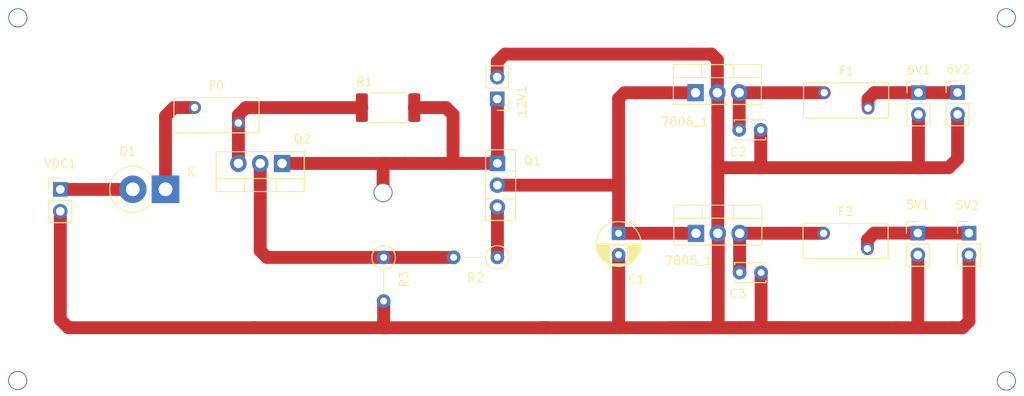
<source format=kicad_pcb>
(kicad_pcb (version 20171130) (host pcbnew 5.1.9+dfsg1-1)

  (general
    (thickness 1.6)
    (drawings 6)
    (tracks 106)
    (zones 0)
    (modules 20)
    (nets 13)
  )

  (page User 200.812 150.393)
  (layers
    (0 F.Cu signal)
    (31 B.Cu signal)
    (32 B.Adhes user)
    (33 F.Adhes user)
    (34 B.Paste user)
    (35 F.Paste user)
    (36 B.SilkS user)
    (37 F.SilkS user)
    (38 B.Mask user)
    (39 F.Mask user)
    (40 Dwgs.User user)
    (41 Cmts.User user)
    (42 Eco1.User user)
    (43 Eco2.User user)
    (44 Edge.Cuts user)
    (45 Margin user)
    (46 B.CrtYd user)
    (47 F.CrtYd user)
    (48 B.Fab user)
    (49 F.Fab user)
  )

  (setup
    (last_trace_width 0.25)
    (user_trace_width 1)
    (user_trace_width 1.5)
    (trace_clearance 0.2)
    (zone_clearance 0.508)
    (zone_45_only no)
    (trace_min 0.2)
    (via_size 0.8)
    (via_drill 0.4)
    (via_min_size 0.4)
    (via_min_drill 0.3)
    (user_via 1.2 1)
    (user_via 2.2 2)
    (uvia_size 0.3)
    (uvia_drill 0.1)
    (uvias_allowed no)
    (uvia_min_size 0.2)
    (uvia_min_drill 0.1)
    (edge_width 0.1)
    (segment_width 0.2)
    (pcb_text_width 0.3)
    (pcb_text_size 1.5 1.5)
    (mod_edge_width 0.15)
    (mod_text_size 1 1)
    (mod_text_width 0.15)
    (pad_size 1.524 1.524)
    (pad_drill 0.762)
    (pad_to_mask_clearance 0)
    (aux_axis_origin 0 0)
    (visible_elements FFFFFF7F)
    (pcbplotparams
      (layerselection 0x010fc_ffffffff)
      (usegerberextensions false)
      (usegerberattributes true)
      (usegerberadvancedattributes true)
      (creategerberjobfile true)
      (excludeedgelayer true)
      (linewidth 0.100000)
      (plotframeref false)
      (viasonmask false)
      (mode 1)
      (useauxorigin false)
      (hpglpennumber 1)
      (hpglpenspeed 20)
      (hpglpendiameter 15.000000)
      (psnegative false)
      (psa4output false)
      (plotreference true)
      (plotvalue true)
      (plotinvisibletext false)
      (padsonsilk false)
      (subtractmaskfromsilk false)
      (outputformat 1)
      (mirror false)
      (drillshape 1)
      (scaleselection 1)
      (outputdirectory ""))
  )

  (net 0 "")
  (net 1 GND)
  (net 2 +12V)
  (net 3 "Net-(D1-Pad2)")
  (net 4 +5V)
  (net 5 +6V)
  (net 6 "Net-(7805_1-Pad3)")
  (net 7 "Net-(7806_1-Pad3)")
  (net 8 "Net-(12V1-Pad1)")
  (net 9 "Net-(7805_1-Pad1)")
  (net 10 "Net-(Q2-Pad2)")
  (net 11 "Net-(Q1-Pad3)")
  (net 12 "Net-(F0-Pad2)")

  (net_class Default "This is the default net class."
    (clearance 0.2)
    (trace_width 0.25)
    (via_dia 0.8)
    (via_drill 0.4)
    (uvia_dia 0.3)
    (uvia_drill 0.1)
    (add_net +12V)
    (add_net +5V)
    (add_net +6V)
    (add_net GND)
    (add_net "Net-(12V1-Pad1)")
    (add_net "Net-(7805_1-Pad1)")
    (add_net "Net-(7805_1-Pad3)")
    (add_net "Net-(7806_1-Pad3)")
    (add_net "Net-(D1-Pad2)")
    (add_net "Net-(F0-Pad2)")
    (add_net "Net-(Q1-Pad3)")
    (add_net "Net-(Q2-Pad2)")
  )

  (module Fuse:Fuse_BelFuse_0ZRE0025FF_L9.6mm_W3.8mm (layer F.Cu) (tedit 5BAABAC0) (tstamp 605DFC68)
    (at 66.74 49.45)
    (descr "Fuse 0ZRE0025FF, BelFuse, Radial Leaded PTC,https://www.belfuse.com/resources/datasheets/circuitprotection/ds-cp-0zre-series.pdf")
    (tags "0ZRE BelFuse radial PTC")
    (path /6048C928)
    (fp_text reference F0 (at 2.54 -2.54) (layer F.SilkS)
      (effects (font (size 1 1) (thickness 0.15)))
    )
    (fp_text value 2A (at 5.142 -2.46) (layer F.Fab)
      (effects (font (size 1 1) (thickness 0.15)))
    )
    (fp_line (start -2.4 2.95) (end 7.5 2.95) (layer F.SilkS) (width 0.12))
    (fp_line (start 7.5 -1.15) (end 7.5 2.95) (layer F.SilkS) (width 0.12))
    (fp_line (start -2.4 -1.15) (end -2.4 2.95) (layer F.SilkS) (width 0.12))
    (fp_line (start -2.4 -1.15) (end 7.5 -1.15) (layer F.SilkS) (width 0.12))
    (fp_line (start -2.5 3.05) (end 7.6 3.05) (layer F.CrtYd) (width 0.05))
    (fp_line (start 7.6 -1.25) (end 7.6 3.05) (layer F.CrtYd) (width 0.05))
    (fp_line (start -2.5 -1.25) (end -2.5 3.05) (layer F.CrtYd) (width 0.05))
    (fp_line (start -2.5 -1.25) (end 7.6 -1.25) (layer F.CrtYd) (width 0.05))
    (fp_line (start -2.25 -1) (end 7.35 -1) (layer F.Fab) (width 0.1))
    (fp_line (start -2.25 2.8) (end 7.35 2.8) (layer F.Fab) (width 0.1))
    (fp_line (start -2.25 -1) (end -2.25 2.8) (layer F.Fab) (width 0.1))
    (fp_line (start 7.35 -1) (end 7.35 2.8) (layer F.Fab) (width 0.1))
    (fp_text user %R (at 3.81 0) (layer F.Fab)
      (effects (font (size 1 1) (thickness 0.15)))
    )
    (pad 1 thru_hole circle (at 0 0) (size 1.4 1.4) (drill 0.85) (layers *.Cu *.Mask)
      (net 2 +12V))
    (pad 2 thru_hole circle (at 5.1 1.8) (size 1.4 1.4) (drill 0.85) (layers *.Cu *.Mask)
      (net 12 "Net-(F0-Pad2)"))
    (model ${KISYS3DMOD}/Fuse.3dshapes/Fuse_BelFuse_0ZRE_0ZRE0025FF_L9.6mm_W3.8mm.wrl
      (at (xyz 0 0 0))
      (scale (xyz 1 1 1))
      (rotate (xyz 0 0 0))
    )
  )

  (module Fuse:Fuse_BelFuse_0ZRE0025FF_L9.6mm_W3.8mm (layer F.Cu) (tedit 5BAABAC0) (tstamp 6041CB4A)
    (at 139.92 64.1)
    (descr "Fuse 0ZRE0025FF, BelFuse, Radial Leaded PTC,https://www.belfuse.com/resources/datasheets/circuitprotection/ds-cp-0zre-series.pdf")
    (tags "0ZRE BelFuse radial PTC")
    (path /603A7E94)
    (fp_text reference F2 (at 2.54 -2.54) (layer F.SilkS)
      (effects (font (size 1 1) (thickness 0.15)))
    )
    (fp_text value 250mA (at 2.6 5.4) (layer F.Fab)
      (effects (font (size 1 1) (thickness 0.15)))
    )
    (fp_line (start -2.4 2.95) (end 7.5 2.95) (layer F.SilkS) (width 0.12))
    (fp_line (start 7.5 -1.15) (end 7.5 2.95) (layer F.SilkS) (width 0.12))
    (fp_line (start -2.4 -1.15) (end -2.4 2.95) (layer F.SilkS) (width 0.12))
    (fp_line (start -2.4 -1.15) (end 7.5 -1.15) (layer F.SilkS) (width 0.12))
    (fp_line (start -2.5 3.05) (end 7.6 3.05) (layer F.CrtYd) (width 0.05))
    (fp_line (start 7.6 -1.25) (end 7.6 3.05) (layer F.CrtYd) (width 0.05))
    (fp_line (start -2.5 -1.25) (end -2.5 3.05) (layer F.CrtYd) (width 0.05))
    (fp_line (start -2.5 -1.25) (end 7.6 -1.25) (layer F.CrtYd) (width 0.05))
    (fp_line (start -2.25 -1) (end 7.35 -1) (layer F.Fab) (width 0.1))
    (fp_line (start -2.25 2.8) (end 7.35 2.8) (layer F.Fab) (width 0.1))
    (fp_line (start -2.25 -1) (end -2.25 2.8) (layer F.Fab) (width 0.1))
    (fp_line (start 7.35 -1) (end 7.35 2.8) (layer F.Fab) (width 0.1))
    (fp_text user %R (at 3.81 0) (layer F.Fab)
      (effects (font (size 1 1) (thickness 0.15)))
    )
    (pad 1 thru_hole circle (at 0 0) (size 1.4 1.4) (drill 0.85) (layers *.Cu *.Mask)
      (net 6 "Net-(7805_1-Pad3)"))
    (pad 2 thru_hole circle (at 5.1 1.8) (size 1.4 1.4) (drill 0.85) (layers *.Cu *.Mask)
      (net 4 +5V))
    (model ${KISYS3DMOD}/Fuse.3dshapes/Fuse_BelFuse_0ZRE_0ZRE0025FF_L9.6mm_W3.8mm.wrl
      (at (xyz 0 0 0))
      (scale (xyz 1 1 1))
      (rotate (xyz 0 0 0))
    )
  )

  (module Fuse:Fuse_BelFuse_0ZRE0025FF_L9.6mm_W3.8mm (layer F.Cu) (tedit 5BAABAC0) (tstamp 603F5A94)
    (at 139.99 47.72)
    (descr "Fuse 0ZRE0025FF, BelFuse, Radial Leaded PTC,https://www.belfuse.com/resources/datasheets/circuitprotection/ds-cp-0zre-series.pdf")
    (tags "0ZRE BelFuse radial PTC")
    (path /60A28D6B)
    (fp_text reference F1 (at 2.54 -2.54) (layer F.SilkS)
      (effects (font (size 1 1) (thickness 0.15)))
    )
    (fp_text value 250mA (at 2.6 5.4) (layer F.Fab)
      (effects (font (size 1 1) (thickness 0.15)))
    )
    (fp_line (start -2.4 2.95) (end 7.5 2.95) (layer F.SilkS) (width 0.12))
    (fp_line (start 7.5 -1.15) (end 7.5 2.95) (layer F.SilkS) (width 0.12))
    (fp_line (start -2.4 -1.15) (end -2.4 2.95) (layer F.SilkS) (width 0.12))
    (fp_line (start -2.4 -1.15) (end 7.5 -1.15) (layer F.SilkS) (width 0.12))
    (fp_line (start -2.5 3.05) (end 7.6 3.05) (layer F.CrtYd) (width 0.05))
    (fp_line (start 7.6 -1.25) (end 7.6 3.05) (layer F.CrtYd) (width 0.05))
    (fp_line (start -2.5 -1.25) (end -2.5 3.05) (layer F.CrtYd) (width 0.05))
    (fp_line (start -2.5 -1.25) (end 7.6 -1.25) (layer F.CrtYd) (width 0.05))
    (fp_line (start -2.25 -1) (end 7.35 -1) (layer F.Fab) (width 0.1))
    (fp_line (start -2.25 2.8) (end 7.35 2.8) (layer F.Fab) (width 0.1))
    (fp_line (start -2.25 -1) (end -2.25 2.8) (layer F.Fab) (width 0.1))
    (fp_line (start 7.35 -1) (end 7.35 2.8) (layer F.Fab) (width 0.1))
    (fp_text user %R (at 3.81 0) (layer F.Fab)
      (effects (font (size 1 1) (thickness 0.15)))
    )
    (pad 1 thru_hole circle (at 0 0) (size 1.4 1.4) (drill 0.85) (layers *.Cu *.Mask)
      (net 7 "Net-(7806_1-Pad3)"))
    (pad 2 thru_hole circle (at 5.1 1.8) (size 1.4 1.4) (drill 0.85) (layers *.Cu *.Mask)
      (net 5 +6V))
    (model ${KISYS3DMOD}/Fuse.3dshapes/Fuse_BelFuse_0ZRE_0ZRE0025FF_L9.6mm_W3.8mm.wrl
      (at (xyz 0 0 0))
      (scale (xyz 1 1 1))
      (rotate (xyz 0 0 0))
    )
  )

  (module Package_TO_SOT_THT:TO-126-3_Vertical (layer F.Cu) (tedit 5AC8BA0D) (tstamp 6045FF05)
    (at 101.97 55.95 270)
    (descr "TO-126-3, Vertical, RM 2.54mm, see https://www.diodes.com/assets/Package-Files/TO126.pdf")
    (tags "TO-126-3 Vertical RM 2.54mm")
    (path /6045F177)
    (fp_text reference Q1 (at -0.29 -4.07) (layer F.SilkS)
      (effects (font (size 1 1) (thickness 0.15)))
    )
    (fp_text value BD140 (at 4.21 2.71 270) (layer F.Fab) hide
      (effects (font (size 1 1) (thickness 0.15)))
    )
    (fp_line (start 6.79 -2.25) (end -1.71 -2.25) (layer F.CrtYd) (width 0.05))
    (fp_line (start 6.79 1.5) (end 6.79 -2.25) (layer F.CrtYd) (width 0.05))
    (fp_line (start -1.71 1.5) (end 6.79 1.5) (layer F.CrtYd) (width 0.05))
    (fp_line (start -1.71 -2.25) (end -1.71 1.5) (layer F.CrtYd) (width 0.05))
    (fp_line (start 4.141 0.54) (end 4.141 1.37) (layer F.SilkS) (width 0.12))
    (fp_line (start 4.141 -2.12) (end 4.141 -0.54) (layer F.SilkS) (width 0.12))
    (fp_line (start 0.94 1.05) (end 0.94 1.37) (layer F.SilkS) (width 0.12))
    (fp_line (start 0.94 -2.12) (end 0.94 -1.05) (layer F.SilkS) (width 0.12))
    (fp_line (start 6.66 -2.12) (end 6.66 1.37) (layer F.SilkS) (width 0.12))
    (fp_line (start -1.58 -2.12) (end -1.58 1.37) (layer F.SilkS) (width 0.12))
    (fp_line (start -1.58 1.37) (end 6.66 1.37) (layer F.SilkS) (width 0.12))
    (fp_line (start -1.58 -2.12) (end 6.66 -2.12) (layer F.SilkS) (width 0.12))
    (fp_line (start 4.14 -2) (end 4.14 1.25) (layer F.Fab) (width 0.1))
    (fp_line (start 0.94 -2) (end 0.94 1.25) (layer F.Fab) (width 0.1))
    (fp_line (start 6.54 -2) (end -1.46 -2) (layer F.Fab) (width 0.1))
    (fp_line (start 6.54 1.25) (end 6.54 -2) (layer F.Fab) (width 0.1))
    (fp_line (start -1.46 1.25) (end 6.54 1.25) (layer F.Fab) (width 0.1))
    (fp_line (start -1.46 -2) (end -1.46 1.25) (layer F.Fab) (width 0.1))
    (fp_text user %R (at -3.28 -1.88) (layer F.Fab) hide
      (effects (font (size 1 1) (thickness 0.15)))
    )
    (pad 3 thru_hole oval (at 5.08 0 270) (size 1.8 1.8) (drill 1) (layers *.Cu *.Mask)
      (net 11 "Net-(Q1-Pad3)"))
    (pad 2 thru_hole oval (at 2.54 0 270) (size 1.8 1.8) (drill 1) (layers *.Cu *.Mask)
      (net 9 "Net-(7805_1-Pad1)"))
    (pad 1 thru_hole rect (at 0 0 270) (size 1.8 1.8) (drill 1) (layers *.Cu *.Mask)
      (net 8 "Net-(12V1-Pad1)"))
    (model ${KISYS3DMOD}/Package_TO_SOT_THT.3dshapes/TO-126-3_Vertical.wrl
      (at (xyz 0 0 0))
      (scale (xyz 1 1 1))
      (rotate (xyz 0 0 0))
    )
  )

  (module Resistor_THT:R_Axial_DIN0207_L6.3mm_D2.5mm_P5.08mm_Vertical (layer F.Cu) (tedit 5AE5139B) (tstamp 6044D675)
    (at 88.74 66.91 270)
    (descr "Resistor, Axial_DIN0207 series, Axial, Vertical, pin pitch=5.08mm, 0.25W = 1/4W, length*diameter=6.3*2.5mm^2, http://cdn-reichelt.de/documents/datenblatt/B400/1_4W%23YAG.pdf")
    (tags "Resistor Axial_DIN0207 series Axial Vertical pin pitch 5.08mm 0.25W = 1/4W length 6.3mm diameter 2.5mm")
    (path /604AABCD)
    (fp_text reference R3 (at 2.54 -2.37 90) (layer F.SilkS)
      (effects (font (size 1 1) (thickness 0.15)))
    )
    (fp_text value 1k (at 2.54 2.37 90) (layer F.Fab)
      (effects (font (size 1 1) (thickness 0.15)))
    )
    (fp_line (start 6.13 -1.5) (end -1.5 -1.5) (layer F.CrtYd) (width 0.05))
    (fp_line (start 6.13 1.5) (end 6.13 -1.5) (layer F.CrtYd) (width 0.05))
    (fp_line (start -1.5 1.5) (end 6.13 1.5) (layer F.CrtYd) (width 0.05))
    (fp_line (start -1.5 -1.5) (end -1.5 1.5) (layer F.CrtYd) (width 0.05))
    (fp_line (start 1.37 0) (end 3.98 0) (layer F.SilkS) (width 0.12))
    (fp_line (start 0 0) (end 5.08 0) (layer F.Fab) (width 0.1))
    (fp_circle (center 0 0) (end 1.37 0) (layer F.SilkS) (width 0.12))
    (fp_circle (center 0 0) (end 1.25 0) (layer F.Fab) (width 0.1))
    (fp_text user %R (at 2.54 -2.37 90) (layer F.Fab)
      (effects (font (size 1 1) (thickness 0.15)))
    )
    (pad 2 thru_hole oval (at 5.08 0 270) (size 1.6 1.6) (drill 0.8) (layers *.Cu *.Mask)
      (net 1 GND))
    (pad 1 thru_hole circle (at 0 0 270) (size 1.6 1.6) (drill 0.8) (layers *.Cu *.Mask)
      (net 10 "Net-(Q2-Pad2)"))
    (model ${KISYS3DMOD}/Resistor_THT.3dshapes/R_Axial_DIN0207_L6.3mm_D2.5mm_P5.08mm_Vertical.wrl
      (at (xyz 0 0 0))
      (scale (xyz 1 1 1))
      (rotate (xyz 0 0 0))
    )
  )

  (module Resistor_THT:R_Axial_DIN0207_L6.3mm_D2.5mm_P5.08mm_Vertical (layer F.Cu) (tedit 5AE5139B) (tstamp 60460A8C)
    (at 101.96 66.9 180)
    (descr "Resistor, Axial_DIN0207 series, Axial, Vertical, pin pitch=5.08mm, 0.25W = 1/4W, length*diameter=6.3*2.5mm^2, http://cdn-reichelt.de/documents/datenblatt/B400/1_4W%23YAG.pdf")
    (tags "Resistor Axial_DIN0207 series Axial Vertical pin pitch 5.08mm 0.25W = 1/4W length 6.3mm diameter 2.5mm")
    (path /604A6AA2)
    (fp_text reference R2 (at 2.54 -2.37) (layer F.SilkS)
      (effects (font (size 1 1) (thickness 0.15)))
    )
    (fp_text value 1k (at 2.54 2.37) (layer F.Fab)
      (effects (font (size 1 1) (thickness 0.15)))
    )
    (fp_line (start 6.13 -1.5) (end -1.5 -1.5) (layer F.CrtYd) (width 0.05))
    (fp_line (start 6.13 1.5) (end 6.13 -1.5) (layer F.CrtYd) (width 0.05))
    (fp_line (start -1.5 1.5) (end 6.13 1.5) (layer F.CrtYd) (width 0.05))
    (fp_line (start -1.5 -1.5) (end -1.5 1.5) (layer F.CrtYd) (width 0.05))
    (fp_line (start 1.37 0) (end 3.98 0) (layer F.SilkS) (width 0.12))
    (fp_line (start 0 0) (end 5.08 0) (layer F.Fab) (width 0.1))
    (fp_circle (center 0 0) (end 1.37 0) (layer F.SilkS) (width 0.12))
    (fp_circle (center 0 0) (end 1.25 0) (layer F.Fab) (width 0.1))
    (fp_text user %R (at 2.54 -2.37) (layer F.Fab)
      (effects (font (size 1 1) (thickness 0.15)))
    )
    (pad 2 thru_hole oval (at 5.08 0 180) (size 1.6 1.6) (drill 0.8) (layers *.Cu *.Mask)
      (net 10 "Net-(Q2-Pad2)"))
    (pad 1 thru_hole circle (at 0 0 180) (size 1.6 1.6) (drill 0.8) (layers *.Cu *.Mask)
      (net 11 "Net-(Q1-Pad3)"))
    (model ${KISYS3DMOD}/Resistor_THT.3dshapes/R_Axial_DIN0207_L6.3mm_D2.5mm_P5.08mm_Vertical.wrl
      (at (xyz 0 0 0))
      (scale (xyz 1 1 1))
      (rotate (xyz 0 0 0))
    )
  )

  (module Resistor_SMD:R_2512_6332Metric_Pad1.40x3.35mm_HandSolder (layer F.Cu) (tedit 5F68FEEE) (tstamp 6045E22D)
    (at 89.25 49.46 180)
    (descr "Resistor SMD 2512 (6332 Metric), square (rectangular) end terminal, IPC_7351 nominal with elongated pad for handsoldering. (Body size source: IPC-SM-782 page 72, https://www.pcb-3d.com/wordpress/wp-content/uploads/ipc-sm-782a_amendment_1_and_2.pdf), generated with kicad-footprint-generator")
    (tags "resistor handsolder")
    (path /604A959F)
    (attr smd)
    (fp_text reference R1 (at 2.73 2.99) (layer F.SilkS)
      (effects (font (size 1 1) (thickness 0.15)))
    )
    (fp_text value "0.4 3W" (at -1.83 2.93) (layer F.Fab)
      (effects (font (size 1 1) (thickness 0.15)))
    )
    (fp_line (start 4 1.92) (end -4 1.92) (layer F.CrtYd) (width 0.05))
    (fp_line (start 4 -1.92) (end 4 1.92) (layer F.CrtYd) (width 0.05))
    (fp_line (start -4 -1.92) (end 4 -1.92) (layer F.CrtYd) (width 0.05))
    (fp_line (start -4 1.92) (end -4 -1.92) (layer F.CrtYd) (width 0.05))
    (fp_line (start -2.177064 1.71) (end 2.177064 1.71) (layer F.SilkS) (width 0.12))
    (fp_line (start -2.177064 -1.71) (end 2.177064 -1.71) (layer F.SilkS) (width 0.12))
    (fp_line (start 3.15 1.6) (end -3.15 1.6) (layer F.Fab) (width 0.1))
    (fp_line (start 3.15 -1.6) (end 3.15 1.6) (layer F.Fab) (width 0.1))
    (fp_line (start -3.15 -1.6) (end 3.15 -1.6) (layer F.Fab) (width 0.1))
    (fp_line (start -3.15 1.6) (end -3.15 -1.6) (layer F.Fab) (width 0.1))
    (fp_text user %R (at 0.01 0) (layer F.Fab)
      (effects (font (size 1 1) (thickness 0.15)))
    )
    (pad 2 smd roundrect (at 3.05 0 180) (size 1.4 3.35) (layers F.Cu F.Paste F.Mask) (roundrect_rratio 0.178571)
      (net 12 "Net-(F0-Pad2)"))
    (pad 1 smd roundrect (at -3.05 0 180) (size 1.4 3.35) (layers F.Cu F.Paste F.Mask) (roundrect_rratio 0.178571)
      (net 8 "Net-(12V1-Pad1)"))
    (model ${KISYS3DMOD}/Resistor_SMD.3dshapes/R_2512_6332Metric.wrl
      (at (xyz 0 0 0))
      (scale (xyz 1 1 1))
      (rotate (xyz 0 0 0))
    )
  )

  (module Package_TO_SOT_THT:TO-220-3_Vertical (layer F.Cu) (tedit 5AC8BA0D) (tstamp 6043A3D4)
    (at 76.92 55.96 180)
    (descr "TO-220-3, Vertical, RM 2.54mm, see https://www.vishay.com/docs/66542/to-220-1.pdf")
    (tags "TO-220-3 Vertical RM 2.54mm")
    (path /604DE3A6)
    (fp_text reference Q2 (at -2.338 2.842) (layer F.SilkS)
      (effects (font (size 1 1) (thickness 0.15)))
    )
    (fp_text value TIP42 (at 1.27 2.75) (layer F.Fab)
      (effects (font (size 1 1) (thickness 0.15)))
    )
    (fp_line (start 7.79 -3.4) (end -2.71 -3.4) (layer F.CrtYd) (width 0.05))
    (fp_line (start 7.79 1.51) (end 7.79 -3.4) (layer F.CrtYd) (width 0.05))
    (fp_line (start -2.71 1.51) (end 7.79 1.51) (layer F.CrtYd) (width 0.05))
    (fp_line (start -2.71 -3.4) (end -2.71 1.51) (layer F.CrtYd) (width 0.05))
    (fp_line (start 4.391 -3.27) (end 4.391 -1.76) (layer F.SilkS) (width 0.12))
    (fp_line (start 0.69 -3.27) (end 0.69 -1.76) (layer F.SilkS) (width 0.12))
    (fp_line (start -2.58 -1.76) (end 7.66 -1.76) (layer F.SilkS) (width 0.12))
    (fp_line (start 7.66 -3.27) (end 7.66 1.371) (layer F.SilkS) (width 0.12))
    (fp_line (start -2.58 -3.27) (end -2.58 1.371) (layer F.SilkS) (width 0.12))
    (fp_line (start -2.58 1.371) (end 7.66 1.371) (layer F.SilkS) (width 0.12))
    (fp_line (start -2.58 -3.27) (end 7.66 -3.27) (layer F.SilkS) (width 0.12))
    (fp_line (start 4.39 -3.15) (end 4.39 -1.88) (layer F.Fab) (width 0.1))
    (fp_line (start 0.69 -3.15) (end 0.69 -1.88) (layer F.Fab) (width 0.1))
    (fp_line (start -2.46 -1.88) (end 7.54 -1.88) (layer F.Fab) (width 0.1))
    (fp_line (start 7.54 -3.15) (end -2.46 -3.15) (layer F.Fab) (width 0.1))
    (fp_line (start 7.54 1.25) (end 7.54 -3.15) (layer F.Fab) (width 0.1))
    (fp_line (start -2.46 1.25) (end 7.54 1.25) (layer F.Fab) (width 0.1))
    (fp_line (start -2.46 -3.15) (end -2.46 1.25) (layer F.Fab) (width 0.1))
    (fp_text user %R (at 4.52 2.842) (layer F.Fab)
      (effects (font (size 1 1) (thickness 0.15)))
    )
    (pad 3 thru_hole oval (at 5.08 0 180) (size 1.905 2) (drill 1.1) (layers *.Cu *.Mask)
      (net 12 "Net-(F0-Pad2)"))
    (pad 2 thru_hole oval (at 2.54 0 180) (size 1.905 2) (drill 1.1) (layers *.Cu *.Mask)
      (net 10 "Net-(Q2-Pad2)"))
    (pad 1 thru_hole rect (at 0 0 180) (size 1.905 2) (drill 1.1) (layers *.Cu *.Mask)
      (net 8 "Net-(12V1-Pad1)"))
    (model ${KISYS3DMOD}/Package_TO_SOT_THT.3dshapes/TO-220-3_Vertical.wrl
      (at (xyz 0 0 0))
      (scale (xyz 1 1 1))
      (rotate (xyz 0 0 0))
    )
  )

  (module Package_TO_SOT_THT:TO-220-3_Vertical (layer F.Cu) (tedit 5AC8BA0D) (tstamp 603F50B4)
    (at 125.02 47.725)
    (descr "TO-220-3, Vertical, RM 2.54mm, see https://www.vishay.com/docs/66542/to-220-1.pdf")
    (tags "TO-220-3 Vertical RM 2.54mm")
    (path /60A28D40)
    (fp_text reference 7806_1 (at -1.25 3.37 180) (layer F.SilkS)
      (effects (font (size 1 1) (thickness 0.15)))
    )
    (fp_text value LM7806 (at -6.49 5.75 180) (layer F.Fab) hide
      (effects (font (size 1 1) (thickness 0.15)))
    )
    (fp_line (start -2.46 -3.15) (end -2.46 1.25) (layer F.Fab) (width 0.1))
    (fp_line (start -2.46 1.25) (end 7.54 1.25) (layer F.Fab) (width 0.1))
    (fp_line (start 7.54 1.25) (end 7.54 -3.15) (layer F.Fab) (width 0.1))
    (fp_line (start 7.54 -3.15) (end -2.46 -3.15) (layer F.Fab) (width 0.1))
    (fp_line (start -2.46 -1.88) (end 7.54 -1.88) (layer F.Fab) (width 0.1))
    (fp_line (start 0.69 -3.15) (end 0.69 -1.88) (layer F.Fab) (width 0.1))
    (fp_line (start 4.39 -3.15) (end 4.39 -1.88) (layer F.Fab) (width 0.1))
    (fp_line (start -2.58 -3.27) (end 7.66 -3.27) (layer F.SilkS) (width 0.12))
    (fp_line (start -2.58 1.371) (end 7.66 1.371) (layer F.SilkS) (width 0.12))
    (fp_line (start -2.58 -3.27) (end -2.58 1.371) (layer F.SilkS) (width 0.12))
    (fp_line (start 7.66 -3.27) (end 7.66 1.371) (layer F.SilkS) (width 0.12))
    (fp_line (start -2.58 -1.76) (end 7.66 -1.76) (layer F.SilkS) (width 0.12))
    (fp_line (start 0.69 -3.27) (end 0.69 -1.76) (layer F.SilkS) (width 0.12))
    (fp_line (start 4.391 -3.27) (end 4.391 -1.76) (layer F.SilkS) (width 0.12))
    (fp_line (start -2.71 -3.4) (end -2.71 1.51) (layer F.CrtYd) (width 0.05))
    (fp_line (start -2.71 1.51) (end 7.79 1.51) (layer F.CrtYd) (width 0.05))
    (fp_line (start 7.79 1.51) (end 7.79 -3.4) (layer F.CrtYd) (width 0.05))
    (fp_line (start 7.79 -3.4) (end -2.71 -3.4) (layer F.CrtYd) (width 0.05))
    (fp_text user %R (at -4.12 6.08 90) (layer F.Fab) hide
      (effects (font (size 1 1) (thickness 0.15)))
    )
    (pad 3 thru_hole oval (at 5.08 0) (size 1.905 2) (drill 1.1) (layers *.Cu *.Mask)
      (net 7 "Net-(7806_1-Pad3)"))
    (pad 2 thru_hole oval (at 2.54 0) (size 1.905 2) (drill 1.1) (layers *.Cu *.Mask)
      (net 1 GND))
    (pad 1 thru_hole rect (at 0 0) (size 1.905 2) (drill 1.1) (layers *.Cu *.Mask)
      (net 9 "Net-(7805_1-Pad1)"))
    (model ${KISYS3DMOD}/Package_TO_SOT_THT.3dshapes/TO-220-3_Vertical.wrl
      (at (xyz 0 0 0))
      (scale (xyz 1 1 1))
      (rotate (xyz 0 0 0))
    )
  )

  (module Capacitor_THT:C_Disc_D3.4mm_W2.1mm_P2.50mm (layer F.Cu) (tedit 5AE50EF0) (tstamp 603F7071)
    (at 130.1 52.045)
    (descr "C, Disc series, Radial, pin pitch=2.50mm, , diameter*width=3.4*2.1mm^2, Capacitor, http://www.vishay.com/docs/45233/krseries.pdf")
    (tags "C Disc series Radial pin pitch 2.50mm  diameter 3.4mm width 2.1mm Capacitor")
    (path /60A28D48)
    (fp_text reference C2 (at -0.16 2.58) (layer F.SilkS)
      (effects (font (size 1 1) (thickness 0.15)))
    )
    (fp_text value 104 (at 4.82 2.705) (layer F.Fab)
      (effects (font (size 1 1) (thickness 0.15)))
    )
    (fp_line (start -0.45 -1.05) (end -0.45 1.05) (layer F.Fab) (width 0.1))
    (fp_line (start -0.45 1.05) (end 2.95 1.05) (layer F.Fab) (width 0.1))
    (fp_line (start 2.95 1.05) (end 2.95 -1.05) (layer F.Fab) (width 0.1))
    (fp_line (start 2.95 -1.05) (end -0.45 -1.05) (layer F.Fab) (width 0.1))
    (fp_line (start -0.57 -1.17) (end 3.07 -1.17) (layer F.SilkS) (width 0.12))
    (fp_line (start -0.57 1.17) (end 3.07 1.17) (layer F.SilkS) (width 0.12))
    (fp_line (start -0.57 -1.17) (end -0.57 -0.925) (layer F.SilkS) (width 0.12))
    (fp_line (start -0.57 0.925) (end -0.57 1.17) (layer F.SilkS) (width 0.12))
    (fp_line (start 3.07 -1.17) (end 3.07 -0.925) (layer F.SilkS) (width 0.12))
    (fp_line (start 3.07 0.925) (end 3.07 1.17) (layer F.SilkS) (width 0.12))
    (fp_line (start -1.05 -1.3) (end -1.05 1.3) (layer F.CrtYd) (width 0.05))
    (fp_line (start -1.05 1.3) (end 3.55 1.3) (layer F.CrtYd) (width 0.05))
    (fp_line (start 3.55 1.3) (end 3.55 -1.3) (layer F.CrtYd) (width 0.05))
    (fp_line (start 3.55 -1.3) (end -1.05 -1.3) (layer F.CrtYd) (width 0.05))
    (fp_text user %R (at 1.25 0 90) (layer F.Fab)
      (effects (font (size 0.68 0.68) (thickness 0.102)))
    )
    (pad 2 thru_hole circle (at 2.5 0) (size 1.6 1.6) (drill 0.8) (layers *.Cu *.Mask)
      (net 1 GND))
    (pad 1 thru_hole circle (at 0 0) (size 1.6 1.6) (drill 0.8) (layers *.Cu *.Mask)
      (net 7 "Net-(7806_1-Pad3)"))
    (model ${KISYS3DMOD}/Capacitor_THT.3dshapes/C_Disc_D3.4mm_W2.1mm_P2.50mm.wrl
      (at (xyz 0 0 0))
      (scale (xyz 1 1 1))
      (rotate (xyz 0 0 0))
    )
  )

  (module Connector_PinHeader_2.54mm:PinHeader_1x02_P2.54mm_Vertical (layer F.Cu) (tedit 59FED5CC) (tstamp 6041CC77)
    (at 155.505 47.7)
    (descr "Through hole straight pin header, 1x02, 2.54mm pitch, single row")
    (tags "Through hole pin header THT 1x02 2.54mm single row")
    (path /60401208)
    (fp_text reference 6V2 (at 0.07 -2.68) (layer F.SilkS)
      (effects (font (size 1 1) (thickness 0.15)))
    )
    (fp_text value +6V (at 2.1 5.3) (layer F.Fab) hide
      (effects (font (size 1 1) (thickness 0.15)))
    )
    (fp_line (start -0.635 -1.27) (end 1.27 -1.27) (layer F.Fab) (width 0.1))
    (fp_line (start 1.27 -1.27) (end 1.27 3.81) (layer F.Fab) (width 0.1))
    (fp_line (start 1.27 3.81) (end -1.27 3.81) (layer F.Fab) (width 0.1))
    (fp_line (start -1.27 3.81) (end -1.27 -0.635) (layer F.Fab) (width 0.1))
    (fp_line (start -1.27 -0.635) (end -0.635 -1.27) (layer F.Fab) (width 0.1))
    (fp_line (start -1.33 3.87) (end 1.33 3.87) (layer F.SilkS) (width 0.12))
    (fp_line (start -1.33 1.27) (end -1.33 3.87) (layer F.SilkS) (width 0.12))
    (fp_line (start 1.33 1.27) (end 1.33 3.87) (layer F.SilkS) (width 0.12))
    (fp_line (start -1.33 1.27) (end 1.33 1.27) (layer F.SilkS) (width 0.12))
    (fp_line (start -1.33 0) (end -1.33 -1.33) (layer F.SilkS) (width 0.12))
    (fp_line (start -1.33 -1.33) (end 0 -1.33) (layer F.SilkS) (width 0.12))
    (fp_line (start -1.8 -1.8) (end -1.8 4.35) (layer F.CrtYd) (width 0.05))
    (fp_line (start -1.8 4.35) (end 1.8 4.35) (layer F.CrtYd) (width 0.05))
    (fp_line (start 1.8 4.35) (end 1.8 -1.8) (layer F.CrtYd) (width 0.05))
    (fp_line (start 1.8 -1.8) (end -1.8 -1.8) (layer F.CrtYd) (width 0.05))
    (fp_text user %R (at 0 1.27 90) (layer F.Fab)
      (effects (font (size 1 1) (thickness 0.15)))
    )
    (pad 2 thru_hole oval (at 0 2.54) (size 1.7 1.7) (drill 1) (layers *.Cu *.Mask)
      (net 1 GND))
    (pad 1 thru_hole rect (at 0 0) (size 1.7 1.7) (drill 1) (layers *.Cu *.Mask)
      (net 5 +6V))
    (model ${KISYS3DMOD}/Connector_PinHeader_2.54mm.3dshapes/PinHeader_1x02_P2.54mm_Vertical.wrl
      (at (xyz 0 0 0))
      (scale (xyz 1 1 1))
      (rotate (xyz 0 0 0))
    )
  )

  (module Connector_PinHeader_2.54mm:PinHeader_1x02_P2.54mm_Vertical (layer F.Cu) (tedit 59FED5CC) (tstamp 603F4F1B)
    (at 150.95 47.715)
    (descr "Through hole straight pin header, 1x02, 2.54mm pitch, single row")
    (tags "Through hole pin header THT 1x02 2.54mm single row")
    (path /604011FB)
    (fp_text reference 6V1 (at 0.02 -2.64) (layer F.SilkS)
      (effects (font (size 1 1) (thickness 0.15)))
    )
    (fp_text value +6V (at -2.42 5.285) (layer F.Fab) hide
      (effects (font (size 1 1) (thickness 0.15)))
    )
    (fp_line (start -0.635 -1.27) (end 1.27 -1.27) (layer F.Fab) (width 0.1))
    (fp_line (start 1.27 -1.27) (end 1.27 3.81) (layer F.Fab) (width 0.1))
    (fp_line (start 1.27 3.81) (end -1.27 3.81) (layer F.Fab) (width 0.1))
    (fp_line (start -1.27 3.81) (end -1.27 -0.635) (layer F.Fab) (width 0.1))
    (fp_line (start -1.27 -0.635) (end -0.635 -1.27) (layer F.Fab) (width 0.1))
    (fp_line (start -1.33 3.87) (end 1.33 3.87) (layer F.SilkS) (width 0.12))
    (fp_line (start -1.33 1.27) (end -1.33 3.87) (layer F.SilkS) (width 0.12))
    (fp_line (start 1.33 1.27) (end 1.33 3.87) (layer F.SilkS) (width 0.12))
    (fp_line (start -1.33 1.27) (end 1.33 1.27) (layer F.SilkS) (width 0.12))
    (fp_line (start -1.33 0) (end -1.33 -1.33) (layer F.SilkS) (width 0.12))
    (fp_line (start -1.33 -1.33) (end 0 -1.33) (layer F.SilkS) (width 0.12))
    (fp_line (start -1.8 -1.8) (end -1.8 4.35) (layer F.CrtYd) (width 0.05))
    (fp_line (start -1.8 4.35) (end 1.8 4.35) (layer F.CrtYd) (width 0.05))
    (fp_line (start 1.8 4.35) (end 1.8 -1.8) (layer F.CrtYd) (width 0.05))
    (fp_line (start 1.8 -1.8) (end -1.8 -1.8) (layer F.CrtYd) (width 0.05))
    (fp_text user %R (at 0 1.27 90) (layer F.Fab)
      (effects (font (size 1 1) (thickness 0.15)))
    )
    (pad 2 thru_hole oval (at 0 2.54) (size 1.7 1.7) (drill 1) (layers *.Cu *.Mask)
      (net 1 GND))
    (pad 1 thru_hole rect (at 0 0) (size 1.7 1.7) (drill 1) (layers *.Cu *.Mask)
      (net 5 +6V))
    (model ${KISYS3DMOD}/Connector_PinHeader_2.54mm.3dshapes/PinHeader_1x02_P2.54mm_Vertical.wrl
      (at (xyz 0 0 0))
      (scale (xyz 1 1 1))
      (rotate (xyz 0 0 0))
    )
  )

  (module Diode_THT:D_DO-201AD_P3.81mm_Vertical_KathodeUp (layer F.Cu) (tedit 5B526DD5) (tstamp 603F6A4A)
    (at 63.36 58.975 180)
    (descr "Diode, DO-201AD series, Axial, Vertical, pin pitch=3.81mm, , length*diameter=9.5*5.2mm^2, , http://www.diodes.com/_files/packages/DO-201AD.pdf")
    (tags "Diode DO-201AD series Axial Vertical pin pitch 3.81mm  length 9.5mm diameter 5.2mm")
    (path /60262E0D)
    (fp_text reference D1 (at 4.41 4.41) (layer F.SilkS)
      (effects (font (size 1 1) (thickness 0.15)))
    )
    (fp_text value 1N5822 (at 6.54 5.6) (layer F.Fab) hide
      (effects (font (size 1 1) (thickness 0.15)))
    )
    (fp_circle (center 3.81 0) (end 6.41 0) (layer F.Fab) (width 0.1))
    (fp_line (start 0 0) (end 3.81 0) (layer F.Fab) (width 0.1))
    (fp_line (start -1.85 -2.85) (end -1.85 2.85) (layer F.CrtYd) (width 0.05))
    (fp_line (start -1.85 2.85) (end 6.66 2.85) (layer F.CrtYd) (width 0.05))
    (fp_line (start 6.66 2.85) (end 6.66 -2.85) (layer F.CrtYd) (width 0.05))
    (fp_line (start 6.66 -2.85) (end -1.85 -2.85) (layer F.CrtYd) (width 0.05))
    (fp_text user K (at -3 2) (layer F.SilkS)
      (effects (font (size 1 1) (thickness 0.15)))
    )
    (fp_text user K (at -2.954 -1.614) (layer F.Fab)
      (effects (font (size 1 1) (thickness 0.15)))
    )
    (fp_text user %R (at 2.075 -4) (layer F.Fab) hide
      (effects (font (size 1 1) (thickness 0.15)))
    )
    (fp_arc (start 3.81 0) (end 1.655284 -1.6) (angle 284.776236) (layer F.SilkS) (width 0.12))
    (pad 2 thru_hole oval (at 3.81 0 180) (size 3.2 3.2) (drill 1.6) (layers *.Cu *.Mask)
      (net 3 "Net-(D1-Pad2)"))
    (pad 1 thru_hole rect (at 0 0 180) (size 3.2 3.2) (drill 1.6) (layers *.Cu *.Mask)
      (net 2 +12V))
    (model ${KISYS3DMOD}/Diode_THT.3dshapes/D_DO-201AD_P5.08mm_Vertical_KathodeUp.wrl
      (at (xyz 0 0 0))
      (scale (xyz 1 1 1))
      (rotate (xyz 0 0 0))
    )
  )

  (module Connector_PinHeader_2.54mm:PinHeader_1x02_P2.54mm_Vertical (layer F.Cu) (tedit 59FED5CC) (tstamp 603F6F67)
    (at 156.83 64.075)
    (descr "Through hole straight pin header, 1x02, 2.54mm pitch, single row")
    (tags "Through hole pin header THT 1x02 2.54mm single row")
    (path /60258D96)
    (fp_text reference 5V2 (at -0.2 -3.2) (layer F.SilkS)
      (effects (font (size 1 1) (thickness 0.15)))
    )
    (fp_text value +5V (at 2.01 5.215) (layer F.Fab)
      (effects (font (size 1 1) (thickness 0.15)))
    )
    (fp_line (start -0.635 -1.27) (end 1.27 -1.27) (layer F.Fab) (width 0.1))
    (fp_line (start 1.27 -1.27) (end 1.27 3.81) (layer F.Fab) (width 0.1))
    (fp_line (start 1.27 3.81) (end -1.27 3.81) (layer F.Fab) (width 0.1))
    (fp_line (start -1.27 3.81) (end -1.27 -0.635) (layer F.Fab) (width 0.1))
    (fp_line (start -1.27 -0.635) (end -0.635 -1.27) (layer F.Fab) (width 0.1))
    (fp_line (start -1.33 3.87) (end 1.33 3.87) (layer F.SilkS) (width 0.12))
    (fp_line (start -1.33 1.27) (end -1.33 3.87) (layer F.SilkS) (width 0.12))
    (fp_line (start 1.33 1.27) (end 1.33 3.87) (layer F.SilkS) (width 0.12))
    (fp_line (start -1.33 1.27) (end 1.33 1.27) (layer F.SilkS) (width 0.12))
    (fp_line (start -1.33 0) (end -1.33 -1.33) (layer F.SilkS) (width 0.12))
    (fp_line (start -1.33 -1.33) (end 0 -1.33) (layer F.SilkS) (width 0.12))
    (fp_line (start -1.8 -1.8) (end -1.8 4.35) (layer F.CrtYd) (width 0.05))
    (fp_line (start -1.8 4.35) (end 1.8 4.35) (layer F.CrtYd) (width 0.05))
    (fp_line (start 1.8 4.35) (end 1.8 -1.8) (layer F.CrtYd) (width 0.05))
    (fp_line (start 1.8 -1.8) (end -1.8 -1.8) (layer F.CrtYd) (width 0.05))
    (fp_text user %R (at 2.93 -3.205 180) (layer F.Fab) hide
      (effects (font (size 1 1) (thickness 0.15)))
    )
    (pad 2 thru_hole oval (at 0 2.54) (size 1.7 1.7) (drill 1) (layers *.Cu *.Mask)
      (net 1 GND))
    (pad 1 thru_hole rect (at 0 0) (size 1.7 1.7) (drill 1) (layers *.Cu *.Mask)
      (net 4 +5V))
    (model ${KISYS3DMOD}/Connector_PinHeader_2.54mm.3dshapes/PinHeader_1x02_P2.54mm_Vertical.wrl
      (at (xyz 0 0 0))
      (scale (xyz 1 1 1))
      (rotate (xyz 0 0 0))
    )
  )

  (module Connector_PinHeader_2.54mm:PinHeader_1x02_P2.54mm_Vertical (layer F.Cu) (tedit 59FED5CC) (tstamp 6025B1A6)
    (at 150.88 64.075)
    (descr "Through hole straight pin header, 1x02, 2.54mm pitch, single row")
    (tags "Through hole pin header THT 1x02 2.54mm single row")
    (path /60250D4B)
    (fp_text reference 5V1 (at 0 -3.3) (layer F.SilkS)
      (effects (font (size 1 1) (thickness 0.15)))
    )
    (fp_text value +5V (at -2.39 5.435) (layer F.Fab)
      (effects (font (size 1 1) (thickness 0.15)))
    )
    (fp_line (start -0.635 -1.27) (end 1.27 -1.27) (layer F.Fab) (width 0.1))
    (fp_line (start 1.27 -1.27) (end 1.27 3.81) (layer F.Fab) (width 0.1))
    (fp_line (start 1.27 3.81) (end -1.27 3.81) (layer F.Fab) (width 0.1))
    (fp_line (start -1.27 3.81) (end -1.27 -0.635) (layer F.Fab) (width 0.1))
    (fp_line (start -1.27 -0.635) (end -0.635 -1.27) (layer F.Fab) (width 0.1))
    (fp_line (start -1.33 3.87) (end 1.33 3.87) (layer F.SilkS) (width 0.12))
    (fp_line (start -1.33 1.27) (end -1.33 3.87) (layer F.SilkS) (width 0.12))
    (fp_line (start 1.33 1.27) (end 1.33 3.87) (layer F.SilkS) (width 0.12))
    (fp_line (start -1.33 1.27) (end 1.33 1.27) (layer F.SilkS) (width 0.12))
    (fp_line (start -1.33 0) (end -1.33 -1.33) (layer F.SilkS) (width 0.12))
    (fp_line (start -1.33 -1.33) (end 0 -1.33) (layer F.SilkS) (width 0.12))
    (fp_line (start -1.8 -1.8) (end -1.8 4.35) (layer F.CrtYd) (width 0.05))
    (fp_line (start -1.8 4.35) (end 1.8 4.35) (layer F.CrtYd) (width 0.05))
    (fp_line (start 1.8 4.35) (end 1.8 -1.8) (layer F.CrtYd) (width 0.05))
    (fp_line (start 1.8 -1.8) (end -1.8 -1.8) (layer F.CrtYd) (width 0.05))
    (fp_text user %R (at -2.96 -3.375 180) (layer F.Fab) hide
      (effects (font (size 1 1) (thickness 0.15)))
    )
    (pad 2 thru_hole oval (at 0 2.54) (size 1.7 1.7) (drill 1) (layers *.Cu *.Mask)
      (net 1 GND))
    (pad 1 thru_hole rect (at 0 0) (size 1.7 1.7) (drill 1) (layers *.Cu *.Mask)
      (net 4 +5V))
    (model ${KISYS3DMOD}/Connector_PinHeader_2.54mm.3dshapes/PinHeader_1x02_P2.54mm_Vertical.wrl
      (at (xyz 0 0 0))
      (scale (xyz 1 1 1))
      (rotate (xyz 0 0 0))
    )
  )

  (module Connector_PinHeader_2.54mm:PinHeader_1x02_P2.54mm_Vertical (layer F.Cu) (tedit 59FED5CC) (tstamp 603F6DCD)
    (at 101.95 48.45 180)
    (descr "Through hole straight pin header, 1x02, 2.54mm pitch, single row")
    (tags "Through hole pin header THT 1x02 2.54mm single row")
    (path /602884C3)
    (fp_text reference 12V1 (at -2.9 -0.28 270) (layer F.SilkS)
      (effects (font (size 1 1) (thickness 0.15)))
    )
    (fp_text value 12V (at -0.036 5.682) (layer F.Fab) hide
      (effects (font (size 1 1) (thickness 0.15)))
    )
    (fp_line (start -0.635 -1.27) (end 1.27 -1.27) (layer F.Fab) (width 0.1))
    (fp_line (start 1.27 -1.27) (end 1.27 3.81) (layer F.Fab) (width 0.1))
    (fp_line (start 1.27 3.81) (end -1.27 3.81) (layer F.Fab) (width 0.1))
    (fp_line (start -1.27 3.81) (end -1.27 -0.635) (layer F.Fab) (width 0.1))
    (fp_line (start -1.27 -0.635) (end -0.635 -1.27) (layer F.Fab) (width 0.1))
    (fp_line (start -1.33 3.87) (end 1.33 3.87) (layer F.SilkS) (width 0.12))
    (fp_line (start -1.33 1.27) (end -1.33 3.87) (layer F.SilkS) (width 0.12))
    (fp_line (start 1.33 1.27) (end 1.33 3.87) (layer F.SilkS) (width 0.12))
    (fp_line (start -1.33 1.27) (end 1.33 1.27) (layer F.SilkS) (width 0.12))
    (fp_line (start -1.33 0) (end -1.33 -1.33) (layer F.SilkS) (width 0.12))
    (fp_line (start -1.33 -1.33) (end 0 -1.33) (layer F.SilkS) (width 0.12))
    (fp_line (start -1.8 -1.8) (end -1.8 4.35) (layer F.CrtYd) (width 0.05))
    (fp_line (start -1.8 4.35) (end 1.8 4.35) (layer F.CrtYd) (width 0.05))
    (fp_line (start 1.8 4.35) (end 1.8 -1.8) (layer F.CrtYd) (width 0.05))
    (fp_line (start 1.8 -1.8) (end -1.8 -1.8) (layer F.CrtYd) (width 0.05))
    (fp_text user %R (at 0 1.27 90) (layer F.Fab)
      (effects (font (size 1 1) (thickness 0.15)))
    )
    (pad 2 thru_hole oval (at 0 2.54 180) (size 1.7 1.7) (drill 1) (layers *.Cu *.Mask)
      (net 1 GND))
    (pad 1 thru_hole rect (at 0 0 180) (size 1.7 1.7) (drill 1) (layers *.Cu *.Mask)
      (net 8 "Net-(12V1-Pad1)"))
    (model ${KISYS3DMOD}/Connector_PinHeader_2.54mm.3dshapes/PinHeader_1x02_P2.54mm_Vertical.wrl
      (at (xyz 0 0 0))
      (scale (xyz 1 1 1))
      (rotate (xyz 0 0 0))
    )
  )

  (module Connector_PinHeader_2.54mm:PinHeader_1x02_P2.54mm_Vertical (layer F.Cu) (tedit 59FED5CC) (tstamp 603F6D63)
    (at 51.12 58.99)
    (descr "Through hole straight pin header, 1x02, 2.54mm pitch, single row")
    (tags "Through hole pin header THT 1x02 2.54mm single row")
    (path /602B9EFB)
    (fp_text reference VDC1 (at 0 -3) (layer F.SilkS)
      (effects (font (size 1 1) (thickness 0.15)))
    )
    (fp_text value VDC (at 0 -4.704 180) (layer F.Fab) hide
      (effects (font (size 1 1) (thickness 0.15)))
    )
    (fp_line (start -0.635 -1.27) (end 1.27 -1.27) (layer F.Fab) (width 0.1))
    (fp_line (start 1.27 -1.27) (end 1.27 3.81) (layer F.Fab) (width 0.1))
    (fp_line (start 1.27 3.81) (end -1.27 3.81) (layer F.Fab) (width 0.1))
    (fp_line (start -1.27 3.81) (end -1.27 -0.635) (layer F.Fab) (width 0.1))
    (fp_line (start -1.27 -0.635) (end -0.635 -1.27) (layer F.Fab) (width 0.1))
    (fp_line (start -1.33 3.87) (end 1.33 3.87) (layer F.SilkS) (width 0.12))
    (fp_line (start -1.33 1.27) (end -1.33 3.87) (layer F.SilkS) (width 0.12))
    (fp_line (start 1.33 1.27) (end 1.33 3.87) (layer F.SilkS) (width 0.12))
    (fp_line (start -1.33 1.27) (end 1.33 1.27) (layer F.SilkS) (width 0.12))
    (fp_line (start -1.33 0) (end -1.33 -1.33) (layer F.SilkS) (width 0.12))
    (fp_line (start -1.33 -1.33) (end 0 -1.33) (layer F.SilkS) (width 0.12))
    (fp_line (start -1.8 -1.8) (end -1.8 4.35) (layer F.CrtYd) (width 0.05))
    (fp_line (start -1.8 4.35) (end 1.8 4.35) (layer F.CrtYd) (width 0.05))
    (fp_line (start 1.8 4.35) (end 1.8 -1.8) (layer F.CrtYd) (width 0.05))
    (fp_line (start 1.8 -1.8) (end -1.8 -1.8) (layer F.CrtYd) (width 0.05))
    (fp_text user %R (at 0 1.27 90) (layer F.Fab)
      (effects (font (size 1 1) (thickness 0.15)))
    )
    (pad 2 thru_hole oval (at 0 2.54) (size 1.7 1.7) (drill 1) (layers *.Cu *.Mask)
      (net 1 GND))
    (pad 1 thru_hole rect (at 0 0) (size 1.7 1.7) (drill 1) (layers *.Cu *.Mask)
      (net 3 "Net-(D1-Pad2)"))
    (model ${KISYS3DMOD}/Connector_PinHeader_2.54mm.3dshapes/PinHeader_1x02_P2.54mm_Vertical.wrl
      (at (xyz 0 0 0))
      (scale (xyz 1 1 1))
      (rotate (xyz 0 0 0))
    )
  )

  (module Package_TO_SOT_THT:TO-220-3_Vertical (layer F.Cu) (tedit 5AC8BA0D) (tstamp 6025B0DB)
    (at 125.07 64.1)
    (descr "TO-220-3, Vertical, RM 2.54mm, see https://www.vishay.com/docs/66542/to-220-1.pdf")
    (tags "TO-220-3 Vertical RM 2.54mm")
    (path /6036C612)
    (fp_text reference 7805_1 (at -0.88 3.18) (layer F.SilkS)
      (effects (font (size 1 1) (thickness 0.15)))
    )
    (fp_text value LM7805 (at -0.79 2.48) (layer F.Fab) hide
      (effects (font (size 1 1) (thickness 0.15)))
    )
    (fp_line (start -2.46 -3.15) (end -2.46 1.25) (layer F.Fab) (width 0.1))
    (fp_line (start -2.46 1.25) (end 7.54 1.25) (layer F.Fab) (width 0.1))
    (fp_line (start 7.54 1.25) (end 7.54 -3.15) (layer F.Fab) (width 0.1))
    (fp_line (start 7.54 -3.15) (end -2.46 -3.15) (layer F.Fab) (width 0.1))
    (fp_line (start -2.46 -1.88) (end 7.54 -1.88) (layer F.Fab) (width 0.1))
    (fp_line (start 0.69 -3.15) (end 0.69 -1.88) (layer F.Fab) (width 0.1))
    (fp_line (start 4.39 -3.15) (end 4.39 -1.88) (layer F.Fab) (width 0.1))
    (fp_line (start -2.58 -3.27) (end 7.66 -3.27) (layer F.SilkS) (width 0.12))
    (fp_line (start -2.58 1.371) (end 7.66 1.371) (layer F.SilkS) (width 0.12))
    (fp_line (start -2.58 -3.27) (end -2.58 1.371) (layer F.SilkS) (width 0.12))
    (fp_line (start 7.66 -3.27) (end 7.66 1.371) (layer F.SilkS) (width 0.12))
    (fp_line (start -2.58 -1.76) (end 7.66 -1.76) (layer F.SilkS) (width 0.12))
    (fp_line (start 0.69 -3.27) (end 0.69 -1.76) (layer F.SilkS) (width 0.12))
    (fp_line (start 4.391 -3.27) (end 4.391 -1.76) (layer F.SilkS) (width 0.12))
    (fp_line (start -2.71 -3.4) (end -2.71 1.51) (layer F.CrtYd) (width 0.05))
    (fp_line (start -2.71 1.51) (end 7.79 1.51) (layer F.CrtYd) (width 0.05))
    (fp_line (start 7.79 1.51) (end 7.79 -3.4) (layer F.CrtYd) (width 0.05))
    (fp_line (start 7.79 -3.4) (end -2.71 -3.4) (layer F.CrtYd) (width 0.05))
    (fp_text user %R (at 2.54 -6.5) (layer F.Fab) hide
      (effects (font (size 1 1) (thickness 0.15)))
    )
    (pad 1 thru_hole rect (at 0 0) (size 1.905 2) (drill 1.1) (layers *.Cu *.Mask)
      (net 9 "Net-(7805_1-Pad1)"))
    (pad 2 thru_hole oval (at 2.54 0) (size 1.905 2) (drill 1.1) (layers *.Cu *.Mask)
      (net 1 GND))
    (pad 3 thru_hole oval (at 5.08 0) (size 1.905 2) (drill 1.1) (layers *.Cu *.Mask)
      (net 6 "Net-(7805_1-Pad3)"))
    (model ${KISYS3DMOD}/Package_TO_SOT_THT.3dshapes/TO-220-3_Vertical.wrl
      (at (xyz 0 0 0))
      (scale (xyz 1 1 1))
      (rotate (xyz 0 0 0))
    )
  )

  (module Capacitor_THT:C_Disc_D3.4mm_W2.1mm_P2.50mm (layer F.Cu) (tedit 5AE50EF0) (tstamp 6025988E)
    (at 130.145 68.675)
    (descr "C, Disc series, Radial, pin pitch=2.50mm, , diameter*width=3.4*2.1mm^2, Capacitor, http://www.vishay.com/docs/45233/krseries.pdf")
    (tags "C Disc series Radial pin pitch 2.50mm  diameter 3.4mm width 2.1mm Capacitor")
    (path /602C1502)
    (fp_text reference C3 (at -0.185 2.465) (layer F.SilkS)
      (effects (font (size 1 1) (thickness 0.15)))
    )
    (fp_text value 104 (at 0.325 4.295) (layer F.Fab) hide
      (effects (font (size 1 1) (thickness 0.15)))
    )
    (fp_line (start 3.55 -1.3) (end -1.05 -1.3) (layer F.CrtYd) (width 0.05))
    (fp_line (start 3.55 1.3) (end 3.55 -1.3) (layer F.CrtYd) (width 0.05))
    (fp_line (start -1.05 1.3) (end 3.55 1.3) (layer F.CrtYd) (width 0.05))
    (fp_line (start -1.05 -1.3) (end -1.05 1.3) (layer F.CrtYd) (width 0.05))
    (fp_line (start 3.07 0.925) (end 3.07 1.17) (layer F.SilkS) (width 0.12))
    (fp_line (start 3.07 -1.17) (end 3.07 -0.925) (layer F.SilkS) (width 0.12))
    (fp_line (start -0.57 0.925) (end -0.57 1.17) (layer F.SilkS) (width 0.12))
    (fp_line (start -0.57 -1.17) (end -0.57 -0.925) (layer F.SilkS) (width 0.12))
    (fp_line (start -0.57 1.17) (end 3.07 1.17) (layer F.SilkS) (width 0.12))
    (fp_line (start -0.57 -1.17) (end 3.07 -1.17) (layer F.SilkS) (width 0.12))
    (fp_line (start 2.95 -1.05) (end -0.45 -1.05) (layer F.Fab) (width 0.1))
    (fp_line (start 2.95 1.05) (end 2.95 -1.05) (layer F.Fab) (width 0.1))
    (fp_line (start -0.45 1.05) (end 2.95 1.05) (layer F.Fab) (width 0.1))
    (fp_line (start -0.45 -1.05) (end -0.45 1.05) (layer F.Fab) (width 0.1))
    (fp_text user %R (at 4.435 2.455) (layer F.Fab)
      (effects (font (size 0.68 0.68) (thickness 0.102)))
    )
    (pad 2 thru_hole circle (at 2.5 0) (size 1.6 1.6) (drill 0.8) (layers *.Cu *.Mask)
      (net 1 GND))
    (pad 1 thru_hole circle (at 0 0) (size 1.6 1.6) (drill 0.8) (layers *.Cu *.Mask)
      (net 6 "Net-(7805_1-Pad3)"))
    (model ${KISYS3DMOD}/Capacitor_THT.3dshapes/C_Disc_D3.4mm_W2.1mm_P2.50mm.wrl
      (at (xyz 0 0 0))
      (scale (xyz 1 1 1))
      (rotate (xyz 0 0 0))
    )
  )

  (module Capacitor_THT:CP_Radial_D5.0mm_P2.50mm (layer F.Cu) (tedit 5AE50EF0) (tstamp 603F7808)
    (at 116.07 64.1 270)
    (descr "CP, Radial series, Radial, pin pitch=2.50mm, , diameter=5mm, Electrolytic Capacitor")
    (tags "CP Radial series Radial pin pitch 2.50mm  diameter 5mm Electrolytic Capacitor")
    (path /5EC3DF12)
    (fp_text reference C1 (at 5.3 -2.07 180) (layer F.SilkS)
      (effects (font (size 1 1) (thickness 0.15)))
    )
    (fp_text value 220uF/25V (at 5.77 -2.14 270) (layer F.Fab) hide
      (effects (font (size 1 1) (thickness 0.15)))
    )
    (fp_line (start -1.304775 -1.725) (end -1.304775 -1.225) (layer F.SilkS) (width 0.12))
    (fp_line (start -1.554775 -1.475) (end -1.054775 -1.475) (layer F.SilkS) (width 0.12))
    (fp_line (start 3.851 -0.284) (end 3.851 0.284) (layer F.SilkS) (width 0.12))
    (fp_line (start 3.811 -0.518) (end 3.811 0.518) (layer F.SilkS) (width 0.12))
    (fp_line (start 3.771 -0.677) (end 3.771 0.677) (layer F.SilkS) (width 0.12))
    (fp_line (start 3.731 -0.805) (end 3.731 0.805) (layer F.SilkS) (width 0.12))
    (fp_line (start 3.691 -0.915) (end 3.691 0.915) (layer F.SilkS) (width 0.12))
    (fp_line (start 3.651 -1.011) (end 3.651 1.011) (layer F.SilkS) (width 0.12))
    (fp_line (start 3.611 -1.098) (end 3.611 1.098) (layer F.SilkS) (width 0.12))
    (fp_line (start 3.571 -1.178) (end 3.571 1.178) (layer F.SilkS) (width 0.12))
    (fp_line (start 3.531 1.04) (end 3.531 1.251) (layer F.SilkS) (width 0.12))
    (fp_line (start 3.531 -1.251) (end 3.531 -1.04) (layer F.SilkS) (width 0.12))
    (fp_line (start 3.491 1.04) (end 3.491 1.319) (layer F.SilkS) (width 0.12))
    (fp_line (start 3.491 -1.319) (end 3.491 -1.04) (layer F.SilkS) (width 0.12))
    (fp_line (start 3.451 1.04) (end 3.451 1.383) (layer F.SilkS) (width 0.12))
    (fp_line (start 3.451 -1.383) (end 3.451 -1.04) (layer F.SilkS) (width 0.12))
    (fp_line (start 3.411 1.04) (end 3.411 1.443) (layer F.SilkS) (width 0.12))
    (fp_line (start 3.411 -1.443) (end 3.411 -1.04) (layer F.SilkS) (width 0.12))
    (fp_line (start 3.371 1.04) (end 3.371 1.5) (layer F.SilkS) (width 0.12))
    (fp_line (start 3.371 -1.5) (end 3.371 -1.04) (layer F.SilkS) (width 0.12))
    (fp_line (start 3.331 1.04) (end 3.331 1.554) (layer F.SilkS) (width 0.12))
    (fp_line (start 3.331 -1.554) (end 3.331 -1.04) (layer F.SilkS) (width 0.12))
    (fp_line (start 3.291 1.04) (end 3.291 1.605) (layer F.SilkS) (width 0.12))
    (fp_line (start 3.291 -1.605) (end 3.291 -1.04) (layer F.SilkS) (width 0.12))
    (fp_line (start 3.251 1.04) (end 3.251 1.653) (layer F.SilkS) (width 0.12))
    (fp_line (start 3.251 -1.653) (end 3.251 -1.04) (layer F.SilkS) (width 0.12))
    (fp_line (start 3.211 1.04) (end 3.211 1.699) (layer F.SilkS) (width 0.12))
    (fp_line (start 3.211 -1.699) (end 3.211 -1.04) (layer F.SilkS) (width 0.12))
    (fp_line (start 3.171 1.04) (end 3.171 1.743) (layer F.SilkS) (width 0.12))
    (fp_line (start 3.171 -1.743) (end 3.171 -1.04) (layer F.SilkS) (width 0.12))
    (fp_line (start 3.131 1.04) (end 3.131 1.785) (layer F.SilkS) (width 0.12))
    (fp_line (start 3.131 -1.785) (end 3.131 -1.04) (layer F.SilkS) (width 0.12))
    (fp_line (start 3.091 1.04) (end 3.091 1.826) (layer F.SilkS) (width 0.12))
    (fp_line (start 3.091 -1.826) (end 3.091 -1.04) (layer F.SilkS) (width 0.12))
    (fp_line (start 3.051 1.04) (end 3.051 1.864) (layer F.SilkS) (width 0.12))
    (fp_line (start 3.051 -1.864) (end 3.051 -1.04) (layer F.SilkS) (width 0.12))
    (fp_line (start 3.011 1.04) (end 3.011 1.901) (layer F.SilkS) (width 0.12))
    (fp_line (start 3.011 -1.901) (end 3.011 -1.04) (layer F.SilkS) (width 0.12))
    (fp_line (start 2.971 1.04) (end 2.971 1.937) (layer F.SilkS) (width 0.12))
    (fp_line (start 2.971 -1.937) (end 2.971 -1.04) (layer F.SilkS) (width 0.12))
    (fp_line (start 2.931 1.04) (end 2.931 1.971) (layer F.SilkS) (width 0.12))
    (fp_line (start 2.931 -1.971) (end 2.931 -1.04) (layer F.SilkS) (width 0.12))
    (fp_line (start 2.891 1.04) (end 2.891 2.004) (layer F.SilkS) (width 0.12))
    (fp_line (start 2.891 -2.004) (end 2.891 -1.04) (layer F.SilkS) (width 0.12))
    (fp_line (start 2.851 1.04) (end 2.851 2.035) (layer F.SilkS) (width 0.12))
    (fp_line (start 2.851 -2.035) (end 2.851 -1.04) (layer F.SilkS) (width 0.12))
    (fp_line (start 2.811 1.04) (end 2.811 2.065) (layer F.SilkS) (width 0.12))
    (fp_line (start 2.811 -2.065) (end 2.811 -1.04) (layer F.SilkS) (width 0.12))
    (fp_line (start 2.771 1.04) (end 2.771 2.095) (layer F.SilkS) (width 0.12))
    (fp_line (start 2.771 -2.095) (end 2.771 -1.04) (layer F.SilkS) (width 0.12))
    (fp_line (start 2.731 1.04) (end 2.731 2.122) (layer F.SilkS) (width 0.12))
    (fp_line (start 2.731 -2.122) (end 2.731 -1.04) (layer F.SilkS) (width 0.12))
    (fp_line (start 2.691 1.04) (end 2.691 2.149) (layer F.SilkS) (width 0.12))
    (fp_line (start 2.691 -2.149) (end 2.691 -1.04) (layer F.SilkS) (width 0.12))
    (fp_line (start 2.651 1.04) (end 2.651 2.175) (layer F.SilkS) (width 0.12))
    (fp_line (start 2.651 -2.175) (end 2.651 -1.04) (layer F.SilkS) (width 0.12))
    (fp_line (start 2.611 1.04) (end 2.611 2.2) (layer F.SilkS) (width 0.12))
    (fp_line (start 2.611 -2.2) (end 2.611 -1.04) (layer F.SilkS) (width 0.12))
    (fp_line (start 2.571 1.04) (end 2.571 2.224) (layer F.SilkS) (width 0.12))
    (fp_line (start 2.571 -2.224) (end 2.571 -1.04) (layer F.SilkS) (width 0.12))
    (fp_line (start 2.531 1.04) (end 2.531 2.247) (layer F.SilkS) (width 0.12))
    (fp_line (start 2.531 -2.247) (end 2.531 -1.04) (layer F.SilkS) (width 0.12))
    (fp_line (start 2.491 1.04) (end 2.491 2.268) (layer F.SilkS) (width 0.12))
    (fp_line (start 2.491 -2.268) (end 2.491 -1.04) (layer F.SilkS) (width 0.12))
    (fp_line (start 2.451 1.04) (end 2.451 2.29) (layer F.SilkS) (width 0.12))
    (fp_line (start 2.451 -2.29) (end 2.451 -1.04) (layer F.SilkS) (width 0.12))
    (fp_line (start 2.411 1.04) (end 2.411 2.31) (layer F.SilkS) (width 0.12))
    (fp_line (start 2.411 -2.31) (end 2.411 -1.04) (layer F.SilkS) (width 0.12))
    (fp_line (start 2.371 1.04) (end 2.371 2.329) (layer F.SilkS) (width 0.12))
    (fp_line (start 2.371 -2.329) (end 2.371 -1.04) (layer F.SilkS) (width 0.12))
    (fp_line (start 2.331 1.04) (end 2.331 2.348) (layer F.SilkS) (width 0.12))
    (fp_line (start 2.331 -2.348) (end 2.331 -1.04) (layer F.SilkS) (width 0.12))
    (fp_line (start 2.291 1.04) (end 2.291 2.365) (layer F.SilkS) (width 0.12))
    (fp_line (start 2.291 -2.365) (end 2.291 -1.04) (layer F.SilkS) (width 0.12))
    (fp_line (start 2.251 1.04) (end 2.251 2.382) (layer F.SilkS) (width 0.12))
    (fp_line (start 2.251 -2.382) (end 2.251 -1.04) (layer F.SilkS) (width 0.12))
    (fp_line (start 2.211 1.04) (end 2.211 2.398) (layer F.SilkS) (width 0.12))
    (fp_line (start 2.211 -2.398) (end 2.211 -1.04) (layer F.SilkS) (width 0.12))
    (fp_line (start 2.171 1.04) (end 2.171 2.414) (layer F.SilkS) (width 0.12))
    (fp_line (start 2.171 -2.414) (end 2.171 -1.04) (layer F.SilkS) (width 0.12))
    (fp_line (start 2.131 1.04) (end 2.131 2.428) (layer F.SilkS) (width 0.12))
    (fp_line (start 2.131 -2.428) (end 2.131 -1.04) (layer F.SilkS) (width 0.12))
    (fp_line (start 2.091 1.04) (end 2.091 2.442) (layer F.SilkS) (width 0.12))
    (fp_line (start 2.091 -2.442) (end 2.091 -1.04) (layer F.SilkS) (width 0.12))
    (fp_line (start 2.051 1.04) (end 2.051 2.455) (layer F.SilkS) (width 0.12))
    (fp_line (start 2.051 -2.455) (end 2.051 -1.04) (layer F.SilkS) (width 0.12))
    (fp_line (start 2.011 1.04) (end 2.011 2.468) (layer F.SilkS) (width 0.12))
    (fp_line (start 2.011 -2.468) (end 2.011 -1.04) (layer F.SilkS) (width 0.12))
    (fp_line (start 1.971 1.04) (end 1.971 2.48) (layer F.SilkS) (width 0.12))
    (fp_line (start 1.971 -2.48) (end 1.971 -1.04) (layer F.SilkS) (width 0.12))
    (fp_line (start 1.93 1.04) (end 1.93 2.491) (layer F.SilkS) (width 0.12))
    (fp_line (start 1.93 -2.491) (end 1.93 -1.04) (layer F.SilkS) (width 0.12))
    (fp_line (start 1.89 1.04) (end 1.89 2.501) (layer F.SilkS) (width 0.12))
    (fp_line (start 1.89 -2.501) (end 1.89 -1.04) (layer F.SilkS) (width 0.12))
    (fp_line (start 1.85 1.04) (end 1.85 2.511) (layer F.SilkS) (width 0.12))
    (fp_line (start 1.85 -2.511) (end 1.85 -1.04) (layer F.SilkS) (width 0.12))
    (fp_line (start 1.81 1.04) (end 1.81 2.52) (layer F.SilkS) (width 0.12))
    (fp_line (start 1.81 -2.52) (end 1.81 -1.04) (layer F.SilkS) (width 0.12))
    (fp_line (start 1.77 1.04) (end 1.77 2.528) (layer F.SilkS) (width 0.12))
    (fp_line (start 1.77 -2.528) (end 1.77 -1.04) (layer F.SilkS) (width 0.12))
    (fp_line (start 1.73 1.04) (end 1.73 2.536) (layer F.SilkS) (width 0.12))
    (fp_line (start 1.73 -2.536) (end 1.73 -1.04) (layer F.SilkS) (width 0.12))
    (fp_line (start 1.69 1.04) (end 1.69 2.543) (layer F.SilkS) (width 0.12))
    (fp_line (start 1.69 -2.543) (end 1.69 -1.04) (layer F.SilkS) (width 0.12))
    (fp_line (start 1.65 1.04) (end 1.65 2.55) (layer F.SilkS) (width 0.12))
    (fp_line (start 1.65 -2.55) (end 1.65 -1.04) (layer F.SilkS) (width 0.12))
    (fp_line (start 1.61 1.04) (end 1.61 2.556) (layer F.SilkS) (width 0.12))
    (fp_line (start 1.61 -2.556) (end 1.61 -1.04) (layer F.SilkS) (width 0.12))
    (fp_line (start 1.57 1.04) (end 1.57 2.561) (layer F.SilkS) (width 0.12))
    (fp_line (start 1.57 -2.561) (end 1.57 -1.04) (layer F.SilkS) (width 0.12))
    (fp_line (start 1.53 1.04) (end 1.53 2.565) (layer F.SilkS) (width 0.12))
    (fp_line (start 1.53 -2.565) (end 1.53 -1.04) (layer F.SilkS) (width 0.12))
    (fp_line (start 1.49 1.04) (end 1.49 2.569) (layer F.SilkS) (width 0.12))
    (fp_line (start 1.49 -2.569) (end 1.49 -1.04) (layer F.SilkS) (width 0.12))
    (fp_line (start 1.45 -2.573) (end 1.45 2.573) (layer F.SilkS) (width 0.12))
    (fp_line (start 1.41 -2.576) (end 1.41 2.576) (layer F.SilkS) (width 0.12))
    (fp_line (start 1.37 -2.578) (end 1.37 2.578) (layer F.SilkS) (width 0.12))
    (fp_line (start 1.33 -2.579) (end 1.33 2.579) (layer F.SilkS) (width 0.12))
    (fp_line (start 1.29 -2.58) (end 1.29 2.58) (layer F.SilkS) (width 0.12))
    (fp_line (start 1.25 -2.58) (end 1.25 2.58) (layer F.SilkS) (width 0.12))
    (fp_line (start -0.633605 -1.3375) (end -0.633605 -0.8375) (layer F.Fab) (width 0.1))
    (fp_line (start -0.883605 -1.0875) (end -0.383605 -1.0875) (layer F.Fab) (width 0.1))
    (fp_circle (center 1.25 0) (end 4 0) (layer F.CrtYd) (width 0.05))
    (fp_circle (center 1.25 0) (end 3.87 0) (layer F.SilkS) (width 0.12))
    (fp_circle (center 1.25 0) (end 3.75 0) (layer F.Fab) (width 0.1))
    (fp_text user %R (at 1.25 0 90) (layer F.Fab)
      (effects (font (size 1 1) (thickness 0.15)))
    )
    (pad 2 thru_hole circle (at 2.5 0 270) (size 1.6 1.6) (drill 0.8) (layers *.Cu *.Mask)
      (net 1 GND))
    (pad 1 thru_hole rect (at 0 0 270) (size 1.6 1.6) (drill 0.8) (layers *.Cu *.Mask)
      (net 9 "Net-(7805_1-Pad1)"))
    (model ${KISYS3DMOD}/Capacitor_THT.3dshapes/CP_Radial_D5.0mm_P2.50mm.wrl
      (at (xyz 0 0 0))
      (scale (xyz 1 1 1))
      (rotate (xyz 0 0 0))
    )
  )

  (gr_line (start 44.18 83) (end 80.18 83) (layer Dwgs.User) (width 0.15) (tstamp 60460097))
  (gr_line (start 44.18 37) (end 44.18 83) (layer Dwgs.User) (width 0.15))
  (gr_line (start 80.18 37) (end 44.18 37) (layer Dwgs.User) (width 0.15))
  (gr_line (start 163.18 37) (end 80.18 37) (layer Dwgs.User) (width 0.15) (tstamp 6041CD76))
  (gr_line (start 163.18 83) (end 163.18 37) (layer Dwgs.User) (width 0.15))
  (gr_line (start 80.18 83) (end 163.18 83) (layer Dwgs.User) (width 0.15))

  (via (at 46.18 39) (size 2.2) (drill 2) (layers F.Cu B.Cu) (net 0))
  (via (at 46.16 81.25) (size 2.2) (drill 2) (layers F.Cu B.Cu) (net 0))
  (via (at 161.18 81.3) (size 2.2) (drill 2) (layers F.Cu B.Cu) (net 0))
  (via (at 161.18 39) (size 2.2) (drill 2) (layers F.Cu B.Cu) (net 0) (tstamp 6041CD80))
  (segment (start 116.07 66.6) (end 116.07 75.1) (width 1.5) (layer F.Cu) (net 1))
  (segment (start 116.07 75.1) (end 127.07 75.1) (width 1.5) (layer F.Cu) (net 1))
  (segment (start 148.405 75.1) (end 121.98 75.1) (width 1.5) (layer F.Cu) (net 1))
  (segment (start 150.88 74.9) (end 150.68 75.1) (width 1.5) (layer F.Cu) (net 1))
  (segment (start 150.88 66.615) (end 150.88 74.9) (width 1.5) (layer F.Cu) (net 1))
  (segment (start 150.68 75.1) (end 148.405 75.1) (width 1.5) (layer F.Cu) (net 1))
  (segment (start 127.66 64.15) (end 127.61 64.1) (width 1.5) (layer F.Cu) (net 1))
  (segment (start 127.66 75.1) (end 127.66 64.15) (width 1.5) (layer F.Cu) (net 1))
  (segment (start 130.145 75.1) (end 127.66 75.1) (width 1.5) (layer F.Cu) (net 1))
  (segment (start 127.66 75.1) (end 127.07 75.1) (width 1.5) (layer F.Cu) (net 1))
  (segment (start 127.61 47.675) (end 127.56 47.725) (width 1.5) (layer F.Cu) (net 1))
  (segment (start 132.645 74.825) (end 132.37 75.1) (width 1.5) (layer F.Cu) (net 1))
  (segment (start 132.645 68.675) (end 132.645 74.825) (width 1.5) (layer F.Cu) (net 1))
  (segment (start 132.37 75.1) (end 137.07 75.1) (width 1.5) (layer F.Cu) (net 1))
  (segment (start 130.145 75.1) (end 132.37 75.1) (width 1.5) (layer F.Cu) (net 1))
  (segment (start 127.61 47.775) (end 127.56 47.725) (width 1.5) (layer F.Cu) (net 1))
  (segment (start 127.61 64.1) (end 127.61 56.46) (width 1.5) (layer F.Cu) (net 1))
  (segment (start 127.61 56.46) (end 127.61 47.775) (width 1.5) (layer F.Cu) (net 1))
  (segment (start 155.505 50.24) (end 155.505 55.425) (width 1.5) (layer F.Cu) (net 1))
  (segment (start 155.505 55.425) (end 154.47 56.46) (width 1.5) (layer F.Cu) (net 1))
  (segment (start 150.95 50.255) (end 150.95 56.42) (width 1.5) (layer F.Cu) (net 1))
  (segment (start 150.95 56.42) (end 150.99 56.46) (width 1.5) (layer F.Cu) (net 1))
  (segment (start 150.99 56.46) (end 149.04 56.46) (width 1.5) (layer F.Cu) (net 1))
  (segment (start 154.47 56.46) (end 150.99 56.46) (width 1.5) (layer F.Cu) (net 1))
  (segment (start 132.6 56.345) (end 132.485 56.46) (width 1.5) (layer F.Cu) (net 1))
  (segment (start 132.6 52.045) (end 132.6 56.345) (width 1.5) (layer F.Cu) (net 1))
  (segment (start 127.61 56.46) (end 132.485 56.46) (width 1.5) (layer F.Cu) (net 1))
  (segment (start 154.93 75.1) (end 150.68 75.1) (width 1.5) (layer F.Cu) (net 1))
  (segment (start 156.08 75.1) (end 154.93 75.1) (width 1.5) (layer F.Cu) (net 1))
  (segment (start 156.83 74.35) (end 156.08 75.1) (width 1.5) (layer F.Cu) (net 1))
  (segment (start 156.83 66.615) (end 156.83 74.35) (width 1.5) (layer F.Cu) (net 1))
  (segment (start 107.07 75.1) (end 107.9 75.1) (width 1.5) (layer F.Cu) (net 1))
  (segment (start 107.9 75.1) (end 116.07 75.1) (width 1.5) (layer F.Cu) (net 1))
  (segment (start 52.06 75.1) (end 73.66 75.1) (width 1.5) (layer F.Cu) (net 1))
  (segment (start 51.12 74.16) (end 52.06 75.1) (width 1.5) (layer F.Cu) (net 1))
  (segment (start 51.12 61.53) (end 51.12 74.16) (width 1.5) (layer F.Cu) (net 1))
  (segment (start 101.95 45.91) (end 101.95 44.12) (width 1.5) (layer F.Cu) (net 1))
  (segment (start 101.95 44.12) (end 102.84 43.23) (width 1.5) (layer F.Cu) (net 1))
  (segment (start 88.74 75.09) (end 88.75 75.1) (width 1.5) (layer F.Cu) (net 1))
  (segment (start 88.74 71.99) (end 88.74 75.09) (width 1.5) (layer F.Cu) (net 1))
  (segment (start 102.84 43.23) (end 126.89 43.23) (width 1.5) (layer F.Cu) (net 1))
  (segment (start 127.56 43.9) (end 126.89 43.23) (width 1.5) (layer F.Cu) (net 1))
  (segment (start 127.56 47.725) (end 127.56 43.9) (width 1.5) (layer F.Cu) (net 1))
  (segment (start 73.66 75.1) (end 89 75.1) (width 1.5) (layer F.Cu) (net 1))
  (segment (start 89 75.1) (end 88.75 75.1) (width 1.5) (layer F.Cu) (net 1))
  (segment (start 107.9 75.1) (end 89 75.1) (width 1.5) (layer F.Cu) (net 1))
  (segment (start 149.04 56.46) (end 132.485 56.46) (width 1.5) (layer F.Cu) (net 1))
  (segment (start 63.36 58.975) (end 63.36 50.44) (width 1.5) (layer F.Cu) (net 2))
  (segment (start 64.35 49.45) (end 66.74 49.45) (width 1.5) (layer F.Cu) (net 2))
  (segment (start 63.36 50.44) (end 64.35 49.45) (width 1.5) (layer F.Cu) (net 2))
  (segment (start 59.535 58.99) (end 59.55 58.975) (width 1.5) (layer F.Cu) (net 3))
  (segment (start 51.12 58.99) (end 59.535 58.99) (width 1.5) (layer F.Cu) (net 3))
  (segment (start 150.88 64.075) (end 156.83 64.075) (width 1.5) (layer F.Cu) (net 4) (tstamp 6025B1D1))
  (segment (start 150.875 64.07) (end 150.88 64.075) (width 1.5) (layer F.Cu) (net 4))
  (segment (start 145.02 65.9) (end 145.02 64.85) (width 1.5) (layer F.Cu) (net 4))
  (segment (start 145.795 64.075) (end 150.88 64.075) (width 1.5) (layer F.Cu) (net 4))
  (segment (start 145.02 64.85) (end 145.795 64.075) (width 1.5) (layer F.Cu) (net 4))
  (segment (start 155.49 47.715) (end 155.505 47.7) (width 1.5) (layer F.Cu) (net 5))
  (segment (start 150.95 47.715) (end 155.49 47.715) (width 1.5) (layer F.Cu) (net 5))
  (segment (start 145.09 49.52) (end 145.09 48.44) (width 1.5) (layer F.Cu) (net 5))
  (segment (start 145.815 47.715) (end 150.95 47.715) (width 1.5) (layer F.Cu) (net 5))
  (segment (start 145.09 48.44) (end 145.815 47.715) (width 1.5) (layer F.Cu) (net 5))
  (segment (start 130.15 68.67) (end 130.145 68.675) (width 1.5) (layer F.Cu) (net 6))
  (segment (start 130.145 64.105) (end 130.15 64.1) (width 1.5) (layer F.Cu) (net 6))
  (segment (start 130.145 68.675) (end 130.145 64.105) (width 1.5) (layer F.Cu) (net 6))
  (segment (start 130.15 64.1) (end 139.92 64.1) (width 1.5) (layer F.Cu) (net 6))
  (segment (start 130.1 52.045) (end 130.1 47.725) (width 1.5) (layer F.Cu) (net 7))
  (segment (start 139.985 47.725) (end 139.99 47.72) (width 1.5) (layer F.Cu) (net 7))
  (segment (start 130.1 47.725) (end 139.985 47.725) (width 1.5) (layer F.Cu) (net 7))
  (segment (start 101.96 55.96) (end 101.97 55.95) (width 1.5) (layer F.Cu) (net 8))
  (segment (start 96.81 55.96) (end 101.96 55.96) (width 1.5) (layer F.Cu) (net 8))
  (segment (start 91.27 55.96) (end 96.81 55.96) (width 1.5) (layer F.Cu) (net 8))
  (segment (start 101.97 48.47) (end 101.95 48.45) (width 1.5) (layer F.Cu) (net 8))
  (segment (start 101.97 55.95) (end 101.97 48.47) (width 1.5) (layer F.Cu) (net 8))
  (segment (start 92.3 49.46) (end 95.99 49.46) (width 1.5) (layer F.Cu) (net 8))
  (segment (start 95.99 49.46) (end 96.81 50.28) (width 1.5) (layer F.Cu) (net 8))
  (segment (start 96.81 50.28) (end 96.81 55.96) (width 1.5) (layer F.Cu) (net 8))
  (via (at 88.67 59.36) (size 2.2) (drill 2) (layers F.Cu B.Cu) (net 8))
  (segment (start 76.92 55.96) (end 88.75 55.96) (width 1.5) (layer F.Cu) (net 8))
  (segment (start 88.75 55.96) (end 91.27 55.96) (width 1.5) (layer F.Cu) (net 8))
  (segment (start 88.67 56.04) (end 88.75 55.96) (width 1.5) (layer F.Cu) (net 8))
  (segment (start 88.67 59.36) (end 88.67 56.04) (width 1.5) (layer F.Cu) (net 8))
  (segment (start 116.07 64.1) (end 125.07 64.1) (width 1.5) (layer F.Cu) (net 9))
  (segment (start 116.07 64.1) (end 116.07 59.35) (width 1.5) (layer F.Cu) (net 9))
  (segment (start 125.02 47.725) (end 116.745 47.725) (width 1.5) (layer F.Cu) (net 9))
  (segment (start 116.745 47.725) (end 116.07 48.4) (width 1.5) (layer F.Cu) (net 9))
  (segment (start 115.72 58.49) (end 116.07 58.14) (width 1.5) (layer F.Cu) (net 9))
  (segment (start 101.97 58.49) (end 115.72 58.49) (width 1.5) (layer F.Cu) (net 9))
  (segment (start 116.07 58.14) (end 116.07 59.35) (width 1.5) (layer F.Cu) (net 9))
  (segment (start 116.07 48.4) (end 116.07 58.14) (width 1.5) (layer F.Cu) (net 9))
  (segment (start 88.73 66.9) (end 88.74 66.91) (width 1.5) (layer F.Cu) (net 10))
  (segment (start 96.87 66.91) (end 96.88 66.9) (width 1.5) (layer F.Cu) (net 10))
  (segment (start 88.74 66.91) (end 96.87 66.91) (width 1.5) (layer F.Cu) (net 10))
  (segment (start 88.74 66.91) (end 75.15 66.91) (width 1.5) (layer F.Cu) (net 10))
  (segment (start 74.38 66.14) (end 74.38 55.96) (width 1.5) (layer F.Cu) (net 10))
  (segment (start 75.15 66.91) (end 74.38 66.14) (width 1.5) (layer F.Cu) (net 10))
  (segment (start 101.97 66.89) (end 101.96 66.9) (width 1.5) (layer F.Cu) (net 11))
  (segment (start 101.97 61.03) (end 101.97 66.89) (width 1.5) (layer F.Cu) (net 11))
  (segment (start 71.84 55.96) (end 71.84 51.25) (width 1.5) (layer F.Cu) (net 12))
  (segment (start 86.2 49.46) (end 72.69 49.46) (width 1.5) (layer F.Cu) (net 12))
  (segment (start 71.84 50.31) (end 71.84 51.25) (width 1.5) (layer F.Cu) (net 12))
  (segment (start 72.69 49.46) (end 71.84 50.31) (width 1.5) (layer F.Cu) (net 12))

)

</source>
